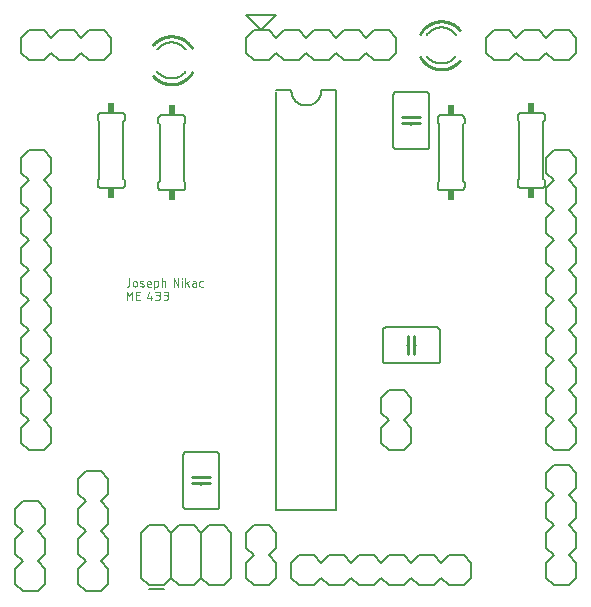
<source format=gto>
G75*
%MOIN*%
%OFA0B0*%
%FSLAX25Y25*%
%IPPOS*%
%LPD*%
%AMOC8*
5,1,8,0,0,1.08239X$1,22.5*
%
%ADD10C,0.00200*%
%ADD11C,0.00600*%
%ADD12C,0.01000*%
%ADD13R,0.02400X0.03400*%
%ADD14C,0.00800*%
%ADD15C,0.00500*%
D10*
X0043100Y0102600D02*
X0043100Y0105400D01*
X0044033Y0103844D01*
X0044967Y0105400D01*
X0044967Y0102600D01*
X0046320Y0102600D02*
X0046320Y0105400D01*
X0047565Y0105400D01*
X0047254Y0104156D02*
X0046320Y0104156D01*
X0046320Y0102600D02*
X0047565Y0102600D01*
X0050006Y0103222D02*
X0051561Y0103222D01*
X0051094Y0103844D02*
X0051094Y0102600D01*
X0050006Y0103222D02*
X0050628Y0105400D01*
X0050380Y0107100D02*
X0051158Y0107100D01*
X0050380Y0107100D02*
X0050339Y0107102D01*
X0050299Y0107107D01*
X0050259Y0107116D01*
X0050220Y0107128D01*
X0050183Y0107144D01*
X0050147Y0107163D01*
X0050112Y0107184D01*
X0050080Y0107209D01*
X0050050Y0107237D01*
X0050022Y0107267D01*
X0049997Y0107299D01*
X0049976Y0107334D01*
X0049957Y0107370D01*
X0049941Y0107407D01*
X0049929Y0107446D01*
X0049920Y0107486D01*
X0049915Y0107526D01*
X0049913Y0107567D01*
X0049913Y0108344D01*
X0049913Y0108033D02*
X0051158Y0108033D01*
X0051158Y0108344D01*
X0051157Y0108344D02*
X0051155Y0108393D01*
X0051149Y0108441D01*
X0051140Y0108489D01*
X0051127Y0108536D01*
X0051110Y0108582D01*
X0051089Y0108626D01*
X0051065Y0108669D01*
X0051038Y0108710D01*
X0051008Y0108748D01*
X0050975Y0108784D01*
X0050939Y0108817D01*
X0050901Y0108847D01*
X0050860Y0108874D01*
X0050817Y0108898D01*
X0050773Y0108919D01*
X0050727Y0108936D01*
X0050680Y0108949D01*
X0050632Y0108958D01*
X0050584Y0108964D01*
X0050535Y0108966D01*
X0050486Y0108964D01*
X0050438Y0108958D01*
X0050390Y0108949D01*
X0050343Y0108936D01*
X0050297Y0108919D01*
X0050253Y0108898D01*
X0050210Y0108874D01*
X0050169Y0108847D01*
X0050131Y0108817D01*
X0050095Y0108784D01*
X0050062Y0108748D01*
X0050032Y0108710D01*
X0050005Y0108669D01*
X0049981Y0108626D01*
X0049960Y0108582D01*
X0049943Y0108536D01*
X0049930Y0108489D01*
X0049921Y0108441D01*
X0049915Y0108393D01*
X0049913Y0108344D01*
X0048584Y0107878D02*
X0047807Y0108189D01*
X0047806Y0108189D02*
X0047771Y0108205D01*
X0047738Y0108224D01*
X0047706Y0108247D01*
X0047677Y0108272D01*
X0047651Y0108300D01*
X0047627Y0108330D01*
X0047606Y0108363D01*
X0047589Y0108397D01*
X0047575Y0108433D01*
X0047564Y0108470D01*
X0047557Y0108508D01*
X0047553Y0108546D01*
X0047554Y0108585D01*
X0047557Y0108623D01*
X0047565Y0108661D01*
X0047576Y0108698D01*
X0047591Y0108733D01*
X0047609Y0108768D01*
X0047630Y0108800D01*
X0047654Y0108830D01*
X0047681Y0108858D01*
X0047710Y0108882D01*
X0047742Y0108904D01*
X0047776Y0108923D01*
X0047811Y0108939D01*
X0047847Y0108951D01*
X0047885Y0108960D01*
X0047923Y0108965D01*
X0047962Y0108966D01*
X0047573Y0107256D02*
X0047665Y0107225D01*
X0047758Y0107197D01*
X0047852Y0107173D01*
X0047946Y0107152D01*
X0048042Y0107134D01*
X0048138Y0107120D01*
X0048235Y0107110D01*
X0048331Y0107103D01*
X0048428Y0107100D01*
X0048429Y0107100D02*
X0048468Y0107101D01*
X0048506Y0107106D01*
X0048544Y0107115D01*
X0048580Y0107127D01*
X0048615Y0107143D01*
X0048649Y0107162D01*
X0048681Y0107184D01*
X0048710Y0107208D01*
X0048737Y0107236D01*
X0048761Y0107266D01*
X0048782Y0107298D01*
X0048800Y0107333D01*
X0048815Y0107368D01*
X0048826Y0107405D01*
X0048834Y0107443D01*
X0048837Y0107481D01*
X0048838Y0107520D01*
X0048834Y0107558D01*
X0048827Y0107596D01*
X0048816Y0107633D01*
X0048802Y0107669D01*
X0048785Y0107703D01*
X0048764Y0107736D01*
X0048740Y0107766D01*
X0048714Y0107794D01*
X0048685Y0107819D01*
X0048653Y0107842D01*
X0048620Y0107861D01*
X0048585Y0107877D01*
X0048662Y0108811D02*
X0048589Y0108843D01*
X0048513Y0108870D01*
X0048437Y0108895D01*
X0048359Y0108916D01*
X0048281Y0108933D01*
X0048202Y0108947D01*
X0048122Y0108957D01*
X0048042Y0108964D01*
X0047962Y0108967D01*
X0046478Y0108344D02*
X0046478Y0107722D01*
X0046477Y0107722D02*
X0046475Y0107673D01*
X0046469Y0107625D01*
X0046460Y0107577D01*
X0046447Y0107530D01*
X0046430Y0107484D01*
X0046409Y0107440D01*
X0046385Y0107397D01*
X0046358Y0107356D01*
X0046328Y0107318D01*
X0046295Y0107282D01*
X0046259Y0107249D01*
X0046221Y0107219D01*
X0046180Y0107192D01*
X0046137Y0107168D01*
X0046093Y0107147D01*
X0046047Y0107130D01*
X0046000Y0107117D01*
X0045952Y0107108D01*
X0045904Y0107102D01*
X0045855Y0107100D01*
X0045806Y0107102D01*
X0045758Y0107108D01*
X0045710Y0107117D01*
X0045663Y0107130D01*
X0045617Y0107147D01*
X0045573Y0107168D01*
X0045530Y0107192D01*
X0045489Y0107219D01*
X0045451Y0107249D01*
X0045415Y0107282D01*
X0045382Y0107318D01*
X0045352Y0107356D01*
X0045325Y0107397D01*
X0045301Y0107440D01*
X0045280Y0107484D01*
X0045263Y0107530D01*
X0045250Y0107577D01*
X0045241Y0107625D01*
X0045235Y0107673D01*
X0045233Y0107722D01*
X0045233Y0108344D01*
X0045235Y0108393D01*
X0045241Y0108441D01*
X0045250Y0108489D01*
X0045263Y0108536D01*
X0045280Y0108582D01*
X0045301Y0108626D01*
X0045325Y0108669D01*
X0045352Y0108710D01*
X0045382Y0108748D01*
X0045415Y0108784D01*
X0045451Y0108817D01*
X0045489Y0108847D01*
X0045530Y0108874D01*
X0045573Y0108898D01*
X0045617Y0108919D01*
X0045663Y0108936D01*
X0045710Y0108949D01*
X0045758Y0108958D01*
X0045806Y0108964D01*
X0045855Y0108966D01*
X0045904Y0108964D01*
X0045952Y0108958D01*
X0046000Y0108949D01*
X0046047Y0108936D01*
X0046093Y0108919D01*
X0046137Y0108898D01*
X0046180Y0108874D01*
X0046221Y0108847D01*
X0046259Y0108817D01*
X0046295Y0108784D01*
X0046328Y0108748D01*
X0046358Y0108710D01*
X0046385Y0108669D01*
X0046409Y0108626D01*
X0046430Y0108582D01*
X0046447Y0108536D01*
X0046460Y0108489D01*
X0046469Y0108441D01*
X0046475Y0108393D01*
X0046477Y0108344D01*
X0044033Y0107722D02*
X0044033Y0109900D01*
X0044033Y0107722D02*
X0044031Y0107673D01*
X0044025Y0107625D01*
X0044016Y0107577D01*
X0044003Y0107530D01*
X0043986Y0107484D01*
X0043965Y0107440D01*
X0043941Y0107397D01*
X0043914Y0107356D01*
X0043884Y0107318D01*
X0043851Y0107282D01*
X0043815Y0107249D01*
X0043777Y0107219D01*
X0043736Y0107192D01*
X0043693Y0107168D01*
X0043649Y0107147D01*
X0043603Y0107130D01*
X0043556Y0107117D01*
X0043508Y0107108D01*
X0043460Y0107102D01*
X0043411Y0107100D01*
X0043100Y0107100D01*
X0052356Y0107100D02*
X0053134Y0107100D01*
X0053175Y0107102D01*
X0053215Y0107107D01*
X0053255Y0107116D01*
X0053294Y0107128D01*
X0053331Y0107144D01*
X0053368Y0107163D01*
X0053402Y0107184D01*
X0053434Y0107209D01*
X0053464Y0107237D01*
X0053492Y0107267D01*
X0053517Y0107299D01*
X0053538Y0107334D01*
X0053557Y0107370D01*
X0053573Y0107407D01*
X0053585Y0107446D01*
X0053594Y0107486D01*
X0053599Y0107526D01*
X0053601Y0107567D01*
X0053600Y0107567D02*
X0053600Y0108500D01*
X0053601Y0108500D02*
X0053599Y0108543D01*
X0053593Y0108586D01*
X0053583Y0108628D01*
X0053569Y0108669D01*
X0053552Y0108708D01*
X0053531Y0108746D01*
X0053507Y0108781D01*
X0053479Y0108815D01*
X0053449Y0108845D01*
X0053415Y0108873D01*
X0053380Y0108897D01*
X0053342Y0108918D01*
X0053303Y0108935D01*
X0053262Y0108949D01*
X0053220Y0108959D01*
X0053177Y0108965D01*
X0053134Y0108967D01*
X0052356Y0108967D01*
X0052356Y0106167D01*
X0052705Y0105400D02*
X0053639Y0105400D01*
X0053688Y0105398D01*
X0053736Y0105392D01*
X0053784Y0105383D01*
X0053831Y0105370D01*
X0053877Y0105353D01*
X0053921Y0105332D01*
X0053964Y0105308D01*
X0054005Y0105281D01*
X0054043Y0105251D01*
X0054079Y0105218D01*
X0054112Y0105182D01*
X0054142Y0105144D01*
X0054169Y0105103D01*
X0054193Y0105060D01*
X0054214Y0105016D01*
X0054231Y0104970D01*
X0054244Y0104923D01*
X0054253Y0104875D01*
X0054259Y0104827D01*
X0054261Y0104778D01*
X0054259Y0104729D01*
X0054253Y0104681D01*
X0054244Y0104633D01*
X0054231Y0104586D01*
X0054214Y0104540D01*
X0054193Y0104496D01*
X0054169Y0104453D01*
X0054142Y0104412D01*
X0054112Y0104374D01*
X0054079Y0104338D01*
X0054043Y0104305D01*
X0054005Y0104275D01*
X0053964Y0104248D01*
X0053921Y0104224D01*
X0053877Y0104203D01*
X0053831Y0104186D01*
X0053784Y0104173D01*
X0053736Y0104164D01*
X0053688Y0104158D01*
X0053639Y0104156D01*
X0053017Y0104156D01*
X0053483Y0104156D02*
X0053539Y0104154D01*
X0053594Y0104148D01*
X0053648Y0104138D01*
X0053702Y0104124D01*
X0053755Y0104107D01*
X0053806Y0104086D01*
X0053856Y0104061D01*
X0053904Y0104032D01*
X0053949Y0104001D01*
X0053992Y0103966D01*
X0054033Y0103928D01*
X0054071Y0103887D01*
X0054106Y0103844D01*
X0054137Y0103799D01*
X0054166Y0103751D01*
X0054191Y0103701D01*
X0054212Y0103650D01*
X0054229Y0103597D01*
X0054243Y0103543D01*
X0054253Y0103489D01*
X0054259Y0103434D01*
X0054261Y0103378D01*
X0054259Y0103322D01*
X0054253Y0103267D01*
X0054243Y0103213D01*
X0054229Y0103159D01*
X0054212Y0103106D01*
X0054191Y0103055D01*
X0054166Y0103005D01*
X0054137Y0102957D01*
X0054106Y0102912D01*
X0054071Y0102869D01*
X0054033Y0102828D01*
X0053992Y0102790D01*
X0053949Y0102755D01*
X0053904Y0102724D01*
X0053856Y0102695D01*
X0053806Y0102670D01*
X0053755Y0102649D01*
X0053702Y0102632D01*
X0053648Y0102618D01*
X0053594Y0102608D01*
X0053539Y0102602D01*
X0053483Y0102600D01*
X0052705Y0102600D01*
X0055405Y0102600D02*
X0056183Y0102600D01*
X0056239Y0102602D01*
X0056294Y0102608D01*
X0056348Y0102618D01*
X0056402Y0102632D01*
X0056455Y0102649D01*
X0056506Y0102670D01*
X0056556Y0102695D01*
X0056604Y0102724D01*
X0056649Y0102755D01*
X0056692Y0102790D01*
X0056733Y0102828D01*
X0056771Y0102869D01*
X0056806Y0102912D01*
X0056837Y0102957D01*
X0056866Y0103005D01*
X0056891Y0103055D01*
X0056912Y0103106D01*
X0056929Y0103159D01*
X0056943Y0103213D01*
X0056953Y0103267D01*
X0056959Y0103322D01*
X0056961Y0103378D01*
X0056959Y0103434D01*
X0056953Y0103489D01*
X0056943Y0103543D01*
X0056929Y0103597D01*
X0056912Y0103650D01*
X0056891Y0103701D01*
X0056866Y0103751D01*
X0056837Y0103799D01*
X0056806Y0103844D01*
X0056771Y0103887D01*
X0056733Y0103928D01*
X0056692Y0103966D01*
X0056649Y0104001D01*
X0056604Y0104032D01*
X0056556Y0104061D01*
X0056506Y0104086D01*
X0056455Y0104107D01*
X0056402Y0104124D01*
X0056348Y0104138D01*
X0056294Y0104148D01*
X0056239Y0104154D01*
X0056183Y0104156D01*
X0056339Y0104156D02*
X0055717Y0104156D01*
X0056339Y0104156D02*
X0056388Y0104158D01*
X0056436Y0104164D01*
X0056484Y0104173D01*
X0056531Y0104186D01*
X0056577Y0104203D01*
X0056621Y0104224D01*
X0056664Y0104248D01*
X0056705Y0104275D01*
X0056743Y0104305D01*
X0056779Y0104338D01*
X0056812Y0104374D01*
X0056842Y0104412D01*
X0056869Y0104453D01*
X0056893Y0104496D01*
X0056914Y0104540D01*
X0056931Y0104586D01*
X0056944Y0104633D01*
X0056953Y0104681D01*
X0056959Y0104729D01*
X0056961Y0104778D01*
X0056959Y0104827D01*
X0056953Y0104875D01*
X0056944Y0104923D01*
X0056931Y0104970D01*
X0056914Y0105016D01*
X0056893Y0105060D01*
X0056869Y0105103D01*
X0056842Y0105144D01*
X0056812Y0105182D01*
X0056779Y0105218D01*
X0056743Y0105251D01*
X0056705Y0105281D01*
X0056664Y0105308D01*
X0056621Y0105332D01*
X0056577Y0105353D01*
X0056531Y0105370D01*
X0056484Y0105383D01*
X0056436Y0105392D01*
X0056388Y0105398D01*
X0056339Y0105400D01*
X0055405Y0105400D01*
X0056018Y0107100D02*
X0056018Y0108500D01*
X0056016Y0108543D01*
X0056010Y0108586D01*
X0056000Y0108628D01*
X0055986Y0108669D01*
X0055969Y0108708D01*
X0055948Y0108746D01*
X0055924Y0108781D01*
X0055896Y0108815D01*
X0055866Y0108845D01*
X0055832Y0108873D01*
X0055797Y0108897D01*
X0055759Y0108918D01*
X0055720Y0108935D01*
X0055679Y0108949D01*
X0055637Y0108959D01*
X0055594Y0108965D01*
X0055551Y0108967D01*
X0054773Y0108967D01*
X0054773Y0109900D02*
X0054773Y0107100D01*
X0058758Y0107100D02*
X0058758Y0109900D01*
X0060313Y0107100D01*
X0060313Y0109900D01*
X0061438Y0109900D02*
X0061593Y0109900D01*
X0061593Y0109744D01*
X0061438Y0109744D01*
X0061438Y0109900D01*
X0061515Y0108967D02*
X0061515Y0107100D01*
X0062722Y0107100D02*
X0062722Y0109900D01*
X0063967Y0108967D02*
X0062722Y0108033D01*
X0063267Y0108422D02*
X0063967Y0107100D01*
X0065475Y0107100D02*
X0066175Y0107100D01*
X0066175Y0108500D01*
X0066175Y0108189D02*
X0065475Y0108189D01*
X0066175Y0108500D02*
X0066173Y0108541D01*
X0066168Y0108581D01*
X0066159Y0108621D01*
X0066147Y0108660D01*
X0066131Y0108697D01*
X0066112Y0108734D01*
X0066091Y0108768D01*
X0066066Y0108800D01*
X0066038Y0108830D01*
X0066008Y0108858D01*
X0065976Y0108883D01*
X0065942Y0108904D01*
X0065905Y0108923D01*
X0065868Y0108939D01*
X0065829Y0108951D01*
X0065789Y0108960D01*
X0065749Y0108965D01*
X0065708Y0108967D01*
X0065086Y0108967D01*
X0065475Y0108188D02*
X0065430Y0108186D01*
X0065385Y0108181D01*
X0065341Y0108171D01*
X0065298Y0108159D01*
X0065256Y0108142D01*
X0065216Y0108122D01*
X0065177Y0108099D01*
X0065141Y0108073D01*
X0065107Y0108044D01*
X0065075Y0108012D01*
X0065046Y0107978D01*
X0065020Y0107942D01*
X0064997Y0107903D01*
X0064977Y0107863D01*
X0064960Y0107821D01*
X0064948Y0107778D01*
X0064938Y0107734D01*
X0064933Y0107689D01*
X0064931Y0107644D01*
X0064933Y0107599D01*
X0064938Y0107554D01*
X0064948Y0107510D01*
X0064960Y0107467D01*
X0064977Y0107425D01*
X0064997Y0107385D01*
X0065020Y0107346D01*
X0065046Y0107310D01*
X0065075Y0107276D01*
X0065107Y0107244D01*
X0065141Y0107215D01*
X0065177Y0107189D01*
X0065216Y0107166D01*
X0065256Y0107146D01*
X0065298Y0107129D01*
X0065341Y0107117D01*
X0065385Y0107107D01*
X0065430Y0107102D01*
X0065475Y0107100D01*
X0067376Y0107567D02*
X0067376Y0108500D01*
X0067378Y0108541D01*
X0067383Y0108581D01*
X0067392Y0108621D01*
X0067404Y0108660D01*
X0067420Y0108697D01*
X0067439Y0108734D01*
X0067460Y0108768D01*
X0067485Y0108800D01*
X0067513Y0108830D01*
X0067543Y0108858D01*
X0067575Y0108883D01*
X0067610Y0108904D01*
X0067646Y0108923D01*
X0067683Y0108939D01*
X0067722Y0108951D01*
X0067762Y0108960D01*
X0067802Y0108965D01*
X0067843Y0108967D01*
X0068465Y0108967D01*
X0067376Y0107567D02*
X0067378Y0107526D01*
X0067383Y0107486D01*
X0067392Y0107446D01*
X0067404Y0107407D01*
X0067420Y0107370D01*
X0067439Y0107334D01*
X0067460Y0107299D01*
X0067485Y0107267D01*
X0067513Y0107237D01*
X0067543Y0107209D01*
X0067575Y0107184D01*
X0067610Y0107163D01*
X0067646Y0107144D01*
X0067683Y0107128D01*
X0067722Y0107116D01*
X0067762Y0107107D01*
X0067802Y0107102D01*
X0067843Y0107100D01*
X0068465Y0107100D01*
D11*
X0061650Y0139213D02*
X0054650Y0139213D01*
X0054590Y0139215D01*
X0054529Y0139220D01*
X0054470Y0139229D01*
X0054411Y0139242D01*
X0054352Y0139258D01*
X0054295Y0139278D01*
X0054240Y0139301D01*
X0054185Y0139328D01*
X0054133Y0139357D01*
X0054082Y0139390D01*
X0054033Y0139426D01*
X0053987Y0139464D01*
X0053943Y0139506D01*
X0053901Y0139550D01*
X0053863Y0139596D01*
X0053827Y0139645D01*
X0053794Y0139696D01*
X0053765Y0139748D01*
X0053738Y0139803D01*
X0053715Y0139858D01*
X0053695Y0139915D01*
X0053679Y0139974D01*
X0053666Y0140033D01*
X0053657Y0140092D01*
X0053652Y0140153D01*
X0053650Y0140213D01*
X0053650Y0141713D01*
X0054150Y0142213D01*
X0054150Y0161213D01*
X0053650Y0161713D01*
X0053650Y0163213D01*
X0053652Y0163273D01*
X0053657Y0163334D01*
X0053666Y0163393D01*
X0053679Y0163452D01*
X0053695Y0163511D01*
X0053715Y0163568D01*
X0053738Y0163623D01*
X0053765Y0163678D01*
X0053794Y0163730D01*
X0053827Y0163781D01*
X0053863Y0163830D01*
X0053901Y0163876D01*
X0053943Y0163920D01*
X0053987Y0163962D01*
X0054033Y0164000D01*
X0054082Y0164036D01*
X0054133Y0164069D01*
X0054185Y0164098D01*
X0054240Y0164125D01*
X0054295Y0164148D01*
X0054352Y0164168D01*
X0054411Y0164184D01*
X0054470Y0164197D01*
X0054529Y0164206D01*
X0054590Y0164211D01*
X0054650Y0164213D01*
X0061650Y0164213D01*
X0061710Y0164211D01*
X0061771Y0164206D01*
X0061830Y0164197D01*
X0061889Y0164184D01*
X0061948Y0164168D01*
X0062005Y0164148D01*
X0062060Y0164125D01*
X0062115Y0164098D01*
X0062167Y0164069D01*
X0062218Y0164036D01*
X0062267Y0164000D01*
X0062313Y0163962D01*
X0062357Y0163920D01*
X0062399Y0163876D01*
X0062437Y0163830D01*
X0062473Y0163781D01*
X0062506Y0163730D01*
X0062535Y0163678D01*
X0062562Y0163623D01*
X0062585Y0163568D01*
X0062605Y0163511D01*
X0062621Y0163452D01*
X0062634Y0163393D01*
X0062643Y0163334D01*
X0062648Y0163273D01*
X0062650Y0163213D01*
X0062650Y0161713D01*
X0062150Y0161213D01*
X0062150Y0142213D01*
X0062650Y0141713D01*
X0062650Y0140213D01*
X0062648Y0140153D01*
X0062643Y0140092D01*
X0062634Y0140033D01*
X0062621Y0139974D01*
X0062605Y0139915D01*
X0062585Y0139858D01*
X0062562Y0139803D01*
X0062535Y0139748D01*
X0062506Y0139696D01*
X0062473Y0139645D01*
X0062437Y0139596D01*
X0062399Y0139550D01*
X0062357Y0139506D01*
X0062313Y0139464D01*
X0062267Y0139426D01*
X0062218Y0139390D01*
X0062167Y0139357D01*
X0062115Y0139328D01*
X0062060Y0139301D01*
X0062005Y0139278D01*
X0061948Y0139258D01*
X0061889Y0139242D01*
X0061830Y0139229D01*
X0061771Y0139220D01*
X0061710Y0139215D01*
X0061650Y0139213D01*
X0042500Y0141000D02*
X0042500Y0142500D01*
X0042000Y0143000D01*
X0042000Y0162000D01*
X0042500Y0162500D01*
X0042500Y0164000D01*
X0042498Y0164060D01*
X0042493Y0164121D01*
X0042484Y0164180D01*
X0042471Y0164239D01*
X0042455Y0164298D01*
X0042435Y0164355D01*
X0042412Y0164410D01*
X0042385Y0164465D01*
X0042356Y0164517D01*
X0042323Y0164568D01*
X0042287Y0164617D01*
X0042249Y0164663D01*
X0042207Y0164707D01*
X0042163Y0164749D01*
X0042117Y0164787D01*
X0042068Y0164823D01*
X0042017Y0164856D01*
X0041965Y0164885D01*
X0041910Y0164912D01*
X0041855Y0164935D01*
X0041798Y0164955D01*
X0041739Y0164971D01*
X0041680Y0164984D01*
X0041621Y0164993D01*
X0041560Y0164998D01*
X0041500Y0165000D01*
X0034500Y0165000D01*
X0034440Y0164998D01*
X0034379Y0164993D01*
X0034320Y0164984D01*
X0034261Y0164971D01*
X0034202Y0164955D01*
X0034145Y0164935D01*
X0034090Y0164912D01*
X0034035Y0164885D01*
X0033983Y0164856D01*
X0033932Y0164823D01*
X0033883Y0164787D01*
X0033837Y0164749D01*
X0033793Y0164707D01*
X0033751Y0164663D01*
X0033713Y0164617D01*
X0033677Y0164568D01*
X0033644Y0164517D01*
X0033615Y0164465D01*
X0033588Y0164410D01*
X0033565Y0164355D01*
X0033545Y0164298D01*
X0033529Y0164239D01*
X0033516Y0164180D01*
X0033507Y0164121D01*
X0033502Y0164060D01*
X0033500Y0164000D01*
X0033500Y0162500D01*
X0034000Y0162000D01*
X0034000Y0143000D01*
X0033500Y0142500D01*
X0033500Y0141000D01*
X0033502Y0140940D01*
X0033507Y0140879D01*
X0033516Y0140820D01*
X0033529Y0140761D01*
X0033545Y0140702D01*
X0033565Y0140645D01*
X0033588Y0140590D01*
X0033615Y0140535D01*
X0033644Y0140483D01*
X0033677Y0140432D01*
X0033713Y0140383D01*
X0033751Y0140337D01*
X0033793Y0140293D01*
X0033837Y0140251D01*
X0033883Y0140213D01*
X0033932Y0140177D01*
X0033983Y0140144D01*
X0034035Y0140115D01*
X0034090Y0140088D01*
X0034145Y0140065D01*
X0034202Y0140045D01*
X0034261Y0140029D01*
X0034320Y0140016D01*
X0034379Y0140007D01*
X0034440Y0140002D01*
X0034500Y0140000D01*
X0041500Y0140000D01*
X0041560Y0140002D01*
X0041621Y0140007D01*
X0041680Y0140016D01*
X0041739Y0140029D01*
X0041798Y0140045D01*
X0041855Y0140065D01*
X0041910Y0140088D01*
X0041965Y0140115D01*
X0042017Y0140144D01*
X0042068Y0140177D01*
X0042117Y0140213D01*
X0042163Y0140251D01*
X0042207Y0140293D01*
X0042249Y0140337D01*
X0042287Y0140383D01*
X0042323Y0140432D01*
X0042356Y0140483D01*
X0042385Y0140535D01*
X0042412Y0140590D01*
X0042435Y0140645D01*
X0042455Y0140702D01*
X0042471Y0140761D01*
X0042484Y0140820D01*
X0042493Y0140879D01*
X0042498Y0140940D01*
X0042500Y0141000D01*
X0062736Y0186183D02*
X0062642Y0186302D01*
X0062544Y0186418D01*
X0062444Y0186532D01*
X0062340Y0186643D01*
X0062234Y0186751D01*
X0062126Y0186857D01*
X0062014Y0186959D01*
X0061900Y0187059D01*
X0061784Y0187157D01*
X0061665Y0187251D01*
X0061544Y0187342D01*
X0061420Y0187430D01*
X0061294Y0187515D01*
X0061167Y0187596D01*
X0061037Y0187675D01*
X0060905Y0187750D01*
X0060772Y0187821D01*
X0060636Y0187890D01*
X0060499Y0187955D01*
X0060361Y0188016D01*
X0060220Y0188074D01*
X0060079Y0188128D01*
X0059936Y0188179D01*
X0059792Y0188226D01*
X0059647Y0188270D01*
X0059500Y0188309D01*
X0059353Y0188345D01*
X0059205Y0188378D01*
X0059056Y0188406D01*
X0058906Y0188431D01*
X0058756Y0188452D01*
X0058606Y0188469D01*
X0058454Y0188483D01*
X0058303Y0188492D01*
X0058152Y0188498D01*
X0058000Y0188500D01*
X0062800Y0178900D02*
X0062708Y0178781D01*
X0062614Y0178664D01*
X0062516Y0178550D01*
X0062416Y0178438D01*
X0062312Y0178328D01*
X0062207Y0178222D01*
X0062098Y0178117D01*
X0061987Y0178016D01*
X0061873Y0177918D01*
X0061757Y0177822D01*
X0061639Y0177729D01*
X0061518Y0177640D01*
X0061395Y0177553D01*
X0061270Y0177470D01*
X0061143Y0177389D01*
X0061014Y0177312D01*
X0060883Y0177238D01*
X0060750Y0177167D01*
X0060616Y0177100D01*
X0060480Y0177036D01*
X0060342Y0176976D01*
X0060203Y0176919D01*
X0060062Y0176866D01*
X0059920Y0176816D01*
X0059777Y0176769D01*
X0059633Y0176727D01*
X0059488Y0176687D01*
X0059342Y0176652D01*
X0059195Y0176620D01*
X0059047Y0176592D01*
X0058899Y0176568D01*
X0058750Y0176547D01*
X0058600Y0176530D01*
X0058451Y0176517D01*
X0058301Y0176508D01*
X0058150Y0176502D01*
X0058000Y0176500D01*
X0053264Y0186183D02*
X0053358Y0186302D01*
X0053456Y0186418D01*
X0053556Y0186532D01*
X0053660Y0186643D01*
X0053766Y0186751D01*
X0053874Y0186857D01*
X0053986Y0186959D01*
X0054100Y0187059D01*
X0054216Y0187157D01*
X0054335Y0187251D01*
X0054456Y0187342D01*
X0054580Y0187430D01*
X0054706Y0187515D01*
X0054833Y0187596D01*
X0054963Y0187675D01*
X0055095Y0187750D01*
X0055228Y0187821D01*
X0055364Y0187890D01*
X0055501Y0187955D01*
X0055639Y0188016D01*
X0055780Y0188074D01*
X0055921Y0188128D01*
X0056064Y0188179D01*
X0056208Y0188226D01*
X0056353Y0188270D01*
X0056500Y0188309D01*
X0056647Y0188345D01*
X0056795Y0188378D01*
X0056944Y0188406D01*
X0057094Y0188431D01*
X0057244Y0188452D01*
X0057394Y0188469D01*
X0057546Y0188483D01*
X0057697Y0188492D01*
X0057848Y0188498D01*
X0058000Y0188500D01*
X0053118Y0179013D02*
X0053209Y0178888D01*
X0053303Y0178766D01*
X0053401Y0178647D01*
X0053501Y0178530D01*
X0053605Y0178416D01*
X0053711Y0178304D01*
X0053820Y0178196D01*
X0053932Y0178090D01*
X0054047Y0177987D01*
X0054164Y0177887D01*
X0054284Y0177789D01*
X0054406Y0177696D01*
X0054530Y0177605D01*
X0054657Y0177517D01*
X0054786Y0177433D01*
X0054918Y0177352D01*
X0055051Y0177275D01*
X0055186Y0177201D01*
X0055323Y0177130D01*
X0055462Y0177063D01*
X0055602Y0177000D01*
X0055745Y0176940D01*
X0055888Y0176884D01*
X0056033Y0176832D01*
X0056179Y0176783D01*
X0056327Y0176738D01*
X0056475Y0176697D01*
X0056625Y0176660D01*
X0056775Y0176626D01*
X0056927Y0176597D01*
X0057079Y0176571D01*
X0057231Y0176549D01*
X0057384Y0176532D01*
X0057538Y0176518D01*
X0057692Y0176508D01*
X0057846Y0176502D01*
X0058000Y0176500D01*
X0093000Y0172500D02*
X0098000Y0172500D01*
X0093000Y0172000D02*
X0093000Y0032500D01*
X0113000Y0032500D01*
X0113000Y0172500D01*
X0108000Y0172500D01*
X0107998Y0172360D01*
X0107992Y0172220D01*
X0107982Y0172080D01*
X0107969Y0171940D01*
X0107951Y0171801D01*
X0107929Y0171662D01*
X0107904Y0171525D01*
X0107875Y0171387D01*
X0107842Y0171251D01*
X0107805Y0171116D01*
X0107764Y0170982D01*
X0107719Y0170849D01*
X0107671Y0170717D01*
X0107619Y0170587D01*
X0107564Y0170458D01*
X0107505Y0170331D01*
X0107442Y0170205D01*
X0107376Y0170081D01*
X0107307Y0169960D01*
X0107234Y0169840D01*
X0107157Y0169722D01*
X0107078Y0169607D01*
X0106995Y0169493D01*
X0106909Y0169383D01*
X0106820Y0169274D01*
X0106728Y0169168D01*
X0106633Y0169065D01*
X0106536Y0168964D01*
X0106435Y0168867D01*
X0106332Y0168772D01*
X0106226Y0168680D01*
X0106117Y0168591D01*
X0106007Y0168505D01*
X0105893Y0168422D01*
X0105778Y0168343D01*
X0105660Y0168266D01*
X0105540Y0168193D01*
X0105419Y0168124D01*
X0105295Y0168058D01*
X0105169Y0167995D01*
X0105042Y0167936D01*
X0104913Y0167881D01*
X0104783Y0167829D01*
X0104651Y0167781D01*
X0104518Y0167736D01*
X0104384Y0167695D01*
X0104249Y0167658D01*
X0104113Y0167625D01*
X0103975Y0167596D01*
X0103838Y0167571D01*
X0103699Y0167549D01*
X0103560Y0167531D01*
X0103420Y0167518D01*
X0103280Y0167508D01*
X0103140Y0167502D01*
X0103000Y0167500D01*
X0102860Y0167502D01*
X0102720Y0167508D01*
X0102580Y0167518D01*
X0102440Y0167531D01*
X0102301Y0167549D01*
X0102162Y0167571D01*
X0102025Y0167596D01*
X0101887Y0167625D01*
X0101751Y0167658D01*
X0101616Y0167695D01*
X0101482Y0167736D01*
X0101349Y0167781D01*
X0101217Y0167829D01*
X0101087Y0167881D01*
X0100958Y0167936D01*
X0100831Y0167995D01*
X0100705Y0168058D01*
X0100581Y0168124D01*
X0100460Y0168193D01*
X0100340Y0168266D01*
X0100222Y0168343D01*
X0100107Y0168422D01*
X0099993Y0168505D01*
X0099883Y0168591D01*
X0099774Y0168680D01*
X0099668Y0168772D01*
X0099565Y0168867D01*
X0099464Y0168964D01*
X0099367Y0169065D01*
X0099272Y0169168D01*
X0099180Y0169274D01*
X0099091Y0169383D01*
X0099005Y0169493D01*
X0098922Y0169607D01*
X0098843Y0169722D01*
X0098766Y0169840D01*
X0098693Y0169960D01*
X0098624Y0170081D01*
X0098558Y0170205D01*
X0098495Y0170331D01*
X0098436Y0170458D01*
X0098381Y0170587D01*
X0098329Y0170717D01*
X0098281Y0170849D01*
X0098236Y0170982D01*
X0098195Y0171116D01*
X0098158Y0171251D01*
X0098125Y0171387D01*
X0098096Y0171525D01*
X0098071Y0171662D01*
X0098049Y0171801D01*
X0098031Y0171940D01*
X0098018Y0172080D01*
X0098008Y0172220D01*
X0098002Y0172360D01*
X0098000Y0172500D01*
X0132000Y0171000D02*
X0132000Y0154000D01*
X0132002Y0153940D01*
X0132007Y0153879D01*
X0132016Y0153820D01*
X0132029Y0153761D01*
X0132045Y0153702D01*
X0132065Y0153645D01*
X0132088Y0153590D01*
X0132115Y0153535D01*
X0132144Y0153483D01*
X0132177Y0153432D01*
X0132213Y0153383D01*
X0132251Y0153337D01*
X0132293Y0153293D01*
X0132337Y0153251D01*
X0132383Y0153213D01*
X0132432Y0153177D01*
X0132483Y0153144D01*
X0132535Y0153115D01*
X0132590Y0153088D01*
X0132645Y0153065D01*
X0132702Y0153045D01*
X0132761Y0153029D01*
X0132820Y0153016D01*
X0132879Y0153007D01*
X0132940Y0153002D01*
X0133000Y0153000D01*
X0143000Y0153000D01*
X0143060Y0153002D01*
X0143121Y0153007D01*
X0143180Y0153016D01*
X0143239Y0153029D01*
X0143298Y0153045D01*
X0143355Y0153065D01*
X0143410Y0153088D01*
X0143465Y0153115D01*
X0143517Y0153144D01*
X0143568Y0153177D01*
X0143617Y0153213D01*
X0143663Y0153251D01*
X0143707Y0153293D01*
X0143749Y0153337D01*
X0143787Y0153383D01*
X0143823Y0153432D01*
X0143856Y0153483D01*
X0143885Y0153535D01*
X0143912Y0153590D01*
X0143935Y0153645D01*
X0143955Y0153702D01*
X0143971Y0153761D01*
X0143984Y0153820D01*
X0143993Y0153879D01*
X0143998Y0153940D01*
X0144000Y0154000D01*
X0144000Y0171000D01*
X0143998Y0171060D01*
X0143993Y0171121D01*
X0143984Y0171180D01*
X0143971Y0171239D01*
X0143955Y0171298D01*
X0143935Y0171355D01*
X0143912Y0171410D01*
X0143885Y0171465D01*
X0143856Y0171517D01*
X0143823Y0171568D01*
X0143787Y0171617D01*
X0143749Y0171663D01*
X0143707Y0171707D01*
X0143663Y0171749D01*
X0143617Y0171787D01*
X0143568Y0171823D01*
X0143517Y0171856D01*
X0143465Y0171885D01*
X0143410Y0171912D01*
X0143355Y0171935D01*
X0143298Y0171955D01*
X0143239Y0171971D01*
X0143180Y0171984D01*
X0143121Y0171993D01*
X0143060Y0171998D01*
X0143000Y0172000D01*
X0133000Y0172000D01*
X0132940Y0171998D01*
X0132879Y0171993D01*
X0132820Y0171984D01*
X0132761Y0171971D01*
X0132702Y0171955D01*
X0132645Y0171935D01*
X0132590Y0171912D01*
X0132535Y0171885D01*
X0132483Y0171856D01*
X0132432Y0171823D01*
X0132383Y0171787D01*
X0132337Y0171749D01*
X0132293Y0171707D01*
X0132251Y0171663D01*
X0132213Y0171617D01*
X0132177Y0171568D01*
X0132144Y0171517D01*
X0132115Y0171465D01*
X0132088Y0171410D01*
X0132065Y0171355D01*
X0132045Y0171298D01*
X0132029Y0171239D01*
X0132016Y0171180D01*
X0132007Y0171121D01*
X0132002Y0171060D01*
X0132000Y0171000D01*
X0138000Y0164000D02*
X0138000Y0163500D01*
X0138000Y0161500D02*
X0138000Y0161000D01*
X0146736Y0161713D02*
X0146736Y0163213D01*
X0146738Y0163273D01*
X0146743Y0163334D01*
X0146752Y0163393D01*
X0146765Y0163452D01*
X0146781Y0163511D01*
X0146801Y0163568D01*
X0146824Y0163623D01*
X0146851Y0163678D01*
X0146880Y0163730D01*
X0146913Y0163781D01*
X0146949Y0163830D01*
X0146987Y0163876D01*
X0147029Y0163920D01*
X0147073Y0163962D01*
X0147119Y0164000D01*
X0147168Y0164036D01*
X0147219Y0164069D01*
X0147271Y0164098D01*
X0147326Y0164125D01*
X0147381Y0164148D01*
X0147438Y0164168D01*
X0147497Y0164184D01*
X0147556Y0164197D01*
X0147615Y0164206D01*
X0147676Y0164211D01*
X0147736Y0164213D01*
X0154736Y0164213D01*
X0154796Y0164211D01*
X0154857Y0164206D01*
X0154916Y0164197D01*
X0154975Y0164184D01*
X0155034Y0164168D01*
X0155091Y0164148D01*
X0155146Y0164125D01*
X0155201Y0164098D01*
X0155253Y0164069D01*
X0155304Y0164036D01*
X0155353Y0164000D01*
X0155399Y0163962D01*
X0155443Y0163920D01*
X0155485Y0163876D01*
X0155523Y0163830D01*
X0155559Y0163781D01*
X0155592Y0163730D01*
X0155621Y0163678D01*
X0155648Y0163623D01*
X0155671Y0163568D01*
X0155691Y0163511D01*
X0155707Y0163452D01*
X0155720Y0163393D01*
X0155729Y0163334D01*
X0155734Y0163273D01*
X0155736Y0163213D01*
X0155736Y0161713D01*
X0155236Y0161213D01*
X0155236Y0142213D01*
X0155736Y0141713D01*
X0155736Y0140213D01*
X0155734Y0140153D01*
X0155729Y0140092D01*
X0155720Y0140033D01*
X0155707Y0139974D01*
X0155691Y0139915D01*
X0155671Y0139858D01*
X0155648Y0139803D01*
X0155621Y0139748D01*
X0155592Y0139696D01*
X0155559Y0139645D01*
X0155523Y0139596D01*
X0155485Y0139550D01*
X0155443Y0139506D01*
X0155399Y0139464D01*
X0155353Y0139426D01*
X0155304Y0139390D01*
X0155253Y0139357D01*
X0155201Y0139328D01*
X0155146Y0139301D01*
X0155091Y0139278D01*
X0155034Y0139258D01*
X0154975Y0139242D01*
X0154916Y0139229D01*
X0154857Y0139220D01*
X0154796Y0139215D01*
X0154736Y0139213D01*
X0147736Y0139213D01*
X0147676Y0139215D01*
X0147615Y0139220D01*
X0147556Y0139229D01*
X0147497Y0139242D01*
X0147438Y0139258D01*
X0147381Y0139278D01*
X0147326Y0139301D01*
X0147271Y0139328D01*
X0147219Y0139357D01*
X0147168Y0139390D01*
X0147119Y0139426D01*
X0147073Y0139464D01*
X0147029Y0139506D01*
X0146987Y0139550D01*
X0146949Y0139596D01*
X0146913Y0139645D01*
X0146880Y0139696D01*
X0146851Y0139748D01*
X0146824Y0139803D01*
X0146801Y0139858D01*
X0146781Y0139915D01*
X0146765Y0139974D01*
X0146752Y0140033D01*
X0146743Y0140092D01*
X0146738Y0140153D01*
X0146736Y0140213D01*
X0146736Y0141713D01*
X0147236Y0142213D01*
X0147236Y0161213D01*
X0146736Y0161713D01*
X0152882Y0190987D02*
X0152791Y0191112D01*
X0152697Y0191234D01*
X0152599Y0191353D01*
X0152499Y0191470D01*
X0152395Y0191584D01*
X0152289Y0191696D01*
X0152180Y0191804D01*
X0152068Y0191910D01*
X0151953Y0192013D01*
X0151836Y0192113D01*
X0151716Y0192211D01*
X0151594Y0192304D01*
X0151470Y0192395D01*
X0151343Y0192483D01*
X0151214Y0192567D01*
X0151082Y0192648D01*
X0150949Y0192725D01*
X0150814Y0192799D01*
X0150677Y0192870D01*
X0150538Y0192937D01*
X0150398Y0193000D01*
X0150255Y0193060D01*
X0150112Y0193116D01*
X0149967Y0193168D01*
X0149821Y0193217D01*
X0149673Y0193262D01*
X0149525Y0193303D01*
X0149375Y0193340D01*
X0149225Y0193374D01*
X0149073Y0193403D01*
X0148921Y0193429D01*
X0148769Y0193451D01*
X0148616Y0193468D01*
X0148462Y0193482D01*
X0148308Y0193492D01*
X0148154Y0193498D01*
X0148000Y0193500D01*
X0143264Y0183817D02*
X0143358Y0183698D01*
X0143456Y0183582D01*
X0143556Y0183468D01*
X0143660Y0183357D01*
X0143766Y0183249D01*
X0143874Y0183143D01*
X0143986Y0183041D01*
X0144100Y0182941D01*
X0144216Y0182843D01*
X0144335Y0182749D01*
X0144456Y0182658D01*
X0144580Y0182570D01*
X0144706Y0182485D01*
X0144833Y0182404D01*
X0144963Y0182325D01*
X0145095Y0182250D01*
X0145228Y0182179D01*
X0145364Y0182110D01*
X0145501Y0182045D01*
X0145639Y0181984D01*
X0145780Y0181926D01*
X0145921Y0181872D01*
X0146064Y0181821D01*
X0146208Y0181774D01*
X0146353Y0181730D01*
X0146500Y0181691D01*
X0146647Y0181655D01*
X0146795Y0181622D01*
X0146944Y0181594D01*
X0147094Y0181569D01*
X0147244Y0181548D01*
X0147394Y0181531D01*
X0147546Y0181517D01*
X0147697Y0181508D01*
X0147848Y0181502D01*
X0148000Y0181500D01*
X0143200Y0191100D02*
X0143292Y0191219D01*
X0143386Y0191336D01*
X0143484Y0191450D01*
X0143584Y0191562D01*
X0143688Y0191672D01*
X0143793Y0191778D01*
X0143902Y0191883D01*
X0144013Y0191984D01*
X0144127Y0192082D01*
X0144243Y0192178D01*
X0144361Y0192271D01*
X0144482Y0192360D01*
X0144605Y0192447D01*
X0144730Y0192530D01*
X0144857Y0192611D01*
X0144986Y0192688D01*
X0145117Y0192762D01*
X0145250Y0192833D01*
X0145384Y0192900D01*
X0145520Y0192964D01*
X0145658Y0193024D01*
X0145797Y0193081D01*
X0145938Y0193134D01*
X0146080Y0193184D01*
X0146223Y0193231D01*
X0146367Y0193273D01*
X0146512Y0193313D01*
X0146658Y0193348D01*
X0146805Y0193380D01*
X0146953Y0193408D01*
X0147101Y0193432D01*
X0147250Y0193453D01*
X0147400Y0193470D01*
X0147549Y0193483D01*
X0147699Y0193492D01*
X0147850Y0193498D01*
X0148000Y0193500D01*
X0152736Y0183817D02*
X0152642Y0183698D01*
X0152544Y0183582D01*
X0152444Y0183468D01*
X0152340Y0183357D01*
X0152234Y0183249D01*
X0152126Y0183143D01*
X0152014Y0183041D01*
X0151900Y0182941D01*
X0151784Y0182843D01*
X0151665Y0182749D01*
X0151544Y0182658D01*
X0151420Y0182570D01*
X0151294Y0182485D01*
X0151167Y0182404D01*
X0151037Y0182325D01*
X0150905Y0182250D01*
X0150772Y0182179D01*
X0150636Y0182110D01*
X0150499Y0182045D01*
X0150361Y0181984D01*
X0150220Y0181926D01*
X0150079Y0181872D01*
X0149936Y0181821D01*
X0149792Y0181774D01*
X0149647Y0181730D01*
X0149500Y0181691D01*
X0149353Y0181655D01*
X0149205Y0181622D01*
X0149056Y0181594D01*
X0148906Y0181569D01*
X0148756Y0181548D01*
X0148606Y0181531D01*
X0148454Y0181517D01*
X0148303Y0181508D01*
X0148152Y0181502D01*
X0148000Y0181500D01*
X0173500Y0164000D02*
X0173500Y0162500D01*
X0174000Y0162000D01*
X0174000Y0143000D01*
X0173500Y0142500D01*
X0173500Y0141000D01*
X0173502Y0140940D01*
X0173507Y0140879D01*
X0173516Y0140820D01*
X0173529Y0140761D01*
X0173545Y0140702D01*
X0173565Y0140645D01*
X0173588Y0140590D01*
X0173615Y0140535D01*
X0173644Y0140483D01*
X0173677Y0140432D01*
X0173713Y0140383D01*
X0173751Y0140337D01*
X0173793Y0140293D01*
X0173837Y0140251D01*
X0173883Y0140213D01*
X0173932Y0140177D01*
X0173983Y0140144D01*
X0174035Y0140115D01*
X0174090Y0140088D01*
X0174145Y0140065D01*
X0174202Y0140045D01*
X0174261Y0140029D01*
X0174320Y0140016D01*
X0174379Y0140007D01*
X0174440Y0140002D01*
X0174500Y0140000D01*
X0181500Y0140000D01*
X0181560Y0140002D01*
X0181621Y0140007D01*
X0181680Y0140016D01*
X0181739Y0140029D01*
X0181798Y0140045D01*
X0181855Y0140065D01*
X0181910Y0140088D01*
X0181965Y0140115D01*
X0182017Y0140144D01*
X0182068Y0140177D01*
X0182117Y0140213D01*
X0182163Y0140251D01*
X0182207Y0140293D01*
X0182249Y0140337D01*
X0182287Y0140383D01*
X0182323Y0140432D01*
X0182356Y0140483D01*
X0182385Y0140535D01*
X0182412Y0140590D01*
X0182435Y0140645D01*
X0182455Y0140702D01*
X0182471Y0140761D01*
X0182484Y0140820D01*
X0182493Y0140879D01*
X0182498Y0140940D01*
X0182500Y0141000D01*
X0182500Y0142500D01*
X0182000Y0143000D01*
X0182000Y0162000D01*
X0182500Y0162500D01*
X0182500Y0164000D01*
X0182498Y0164060D01*
X0182493Y0164121D01*
X0182484Y0164180D01*
X0182471Y0164239D01*
X0182455Y0164298D01*
X0182435Y0164355D01*
X0182412Y0164410D01*
X0182385Y0164465D01*
X0182356Y0164517D01*
X0182323Y0164568D01*
X0182287Y0164617D01*
X0182249Y0164663D01*
X0182207Y0164707D01*
X0182163Y0164749D01*
X0182117Y0164787D01*
X0182068Y0164823D01*
X0182017Y0164856D01*
X0181965Y0164885D01*
X0181910Y0164912D01*
X0181855Y0164935D01*
X0181798Y0164955D01*
X0181739Y0164971D01*
X0181680Y0164984D01*
X0181621Y0164993D01*
X0181560Y0164998D01*
X0181500Y0165000D01*
X0174500Y0165000D01*
X0174440Y0164998D01*
X0174379Y0164993D01*
X0174320Y0164984D01*
X0174261Y0164971D01*
X0174202Y0164955D01*
X0174145Y0164935D01*
X0174090Y0164912D01*
X0174035Y0164885D01*
X0173983Y0164856D01*
X0173932Y0164823D01*
X0173883Y0164787D01*
X0173837Y0164749D01*
X0173793Y0164707D01*
X0173751Y0164663D01*
X0173713Y0164617D01*
X0173677Y0164568D01*
X0173644Y0164517D01*
X0173615Y0164465D01*
X0173588Y0164410D01*
X0173565Y0164355D01*
X0173545Y0164298D01*
X0173529Y0164239D01*
X0173516Y0164180D01*
X0173507Y0164121D01*
X0173502Y0164060D01*
X0173500Y0164000D01*
X0146500Y0093500D02*
X0129500Y0093500D01*
X0129440Y0093498D01*
X0129379Y0093493D01*
X0129320Y0093484D01*
X0129261Y0093471D01*
X0129202Y0093455D01*
X0129145Y0093435D01*
X0129090Y0093412D01*
X0129035Y0093385D01*
X0128983Y0093356D01*
X0128932Y0093323D01*
X0128883Y0093287D01*
X0128837Y0093249D01*
X0128793Y0093207D01*
X0128751Y0093163D01*
X0128713Y0093117D01*
X0128677Y0093068D01*
X0128644Y0093017D01*
X0128615Y0092965D01*
X0128588Y0092910D01*
X0128565Y0092855D01*
X0128545Y0092798D01*
X0128529Y0092739D01*
X0128516Y0092680D01*
X0128507Y0092621D01*
X0128502Y0092560D01*
X0128500Y0092500D01*
X0128500Y0082500D01*
X0128502Y0082440D01*
X0128507Y0082379D01*
X0128516Y0082320D01*
X0128529Y0082261D01*
X0128545Y0082202D01*
X0128565Y0082145D01*
X0128588Y0082090D01*
X0128615Y0082035D01*
X0128644Y0081983D01*
X0128677Y0081932D01*
X0128713Y0081883D01*
X0128751Y0081837D01*
X0128793Y0081793D01*
X0128837Y0081751D01*
X0128883Y0081713D01*
X0128932Y0081677D01*
X0128983Y0081644D01*
X0129035Y0081615D01*
X0129090Y0081588D01*
X0129145Y0081565D01*
X0129202Y0081545D01*
X0129261Y0081529D01*
X0129320Y0081516D01*
X0129379Y0081507D01*
X0129440Y0081502D01*
X0129500Y0081500D01*
X0146500Y0081500D01*
X0146560Y0081502D01*
X0146621Y0081507D01*
X0146680Y0081516D01*
X0146739Y0081529D01*
X0146798Y0081545D01*
X0146855Y0081565D01*
X0146910Y0081588D01*
X0146965Y0081615D01*
X0147017Y0081644D01*
X0147068Y0081677D01*
X0147117Y0081713D01*
X0147163Y0081751D01*
X0147207Y0081793D01*
X0147249Y0081837D01*
X0147287Y0081883D01*
X0147323Y0081932D01*
X0147356Y0081983D01*
X0147385Y0082035D01*
X0147412Y0082090D01*
X0147435Y0082145D01*
X0147455Y0082202D01*
X0147471Y0082261D01*
X0147484Y0082320D01*
X0147493Y0082379D01*
X0147498Y0082440D01*
X0147500Y0082500D01*
X0147500Y0092500D01*
X0147498Y0092560D01*
X0147493Y0092621D01*
X0147484Y0092680D01*
X0147471Y0092739D01*
X0147455Y0092798D01*
X0147435Y0092855D01*
X0147412Y0092910D01*
X0147385Y0092965D01*
X0147356Y0093017D01*
X0147323Y0093068D01*
X0147287Y0093117D01*
X0147249Y0093163D01*
X0147207Y0093207D01*
X0147163Y0093249D01*
X0147117Y0093287D01*
X0147068Y0093323D01*
X0147017Y0093356D01*
X0146965Y0093385D01*
X0146910Y0093412D01*
X0146855Y0093435D01*
X0146798Y0093455D01*
X0146739Y0093471D01*
X0146680Y0093484D01*
X0146621Y0093493D01*
X0146560Y0093498D01*
X0146500Y0093500D01*
X0139500Y0087500D02*
X0139000Y0087500D01*
X0137000Y0087500D02*
X0136500Y0087500D01*
X0074000Y0051000D02*
X0074000Y0034000D01*
X0073998Y0033940D01*
X0073993Y0033879D01*
X0073984Y0033820D01*
X0073971Y0033761D01*
X0073955Y0033702D01*
X0073935Y0033645D01*
X0073912Y0033590D01*
X0073885Y0033535D01*
X0073856Y0033483D01*
X0073823Y0033432D01*
X0073787Y0033383D01*
X0073749Y0033337D01*
X0073707Y0033293D01*
X0073663Y0033251D01*
X0073617Y0033213D01*
X0073568Y0033177D01*
X0073517Y0033144D01*
X0073465Y0033115D01*
X0073410Y0033088D01*
X0073355Y0033065D01*
X0073298Y0033045D01*
X0073239Y0033029D01*
X0073180Y0033016D01*
X0073121Y0033007D01*
X0073060Y0033002D01*
X0073000Y0033000D01*
X0063000Y0033000D01*
X0062940Y0033002D01*
X0062879Y0033007D01*
X0062820Y0033016D01*
X0062761Y0033029D01*
X0062702Y0033045D01*
X0062645Y0033065D01*
X0062590Y0033088D01*
X0062535Y0033115D01*
X0062483Y0033144D01*
X0062432Y0033177D01*
X0062383Y0033213D01*
X0062337Y0033251D01*
X0062293Y0033293D01*
X0062251Y0033337D01*
X0062213Y0033383D01*
X0062177Y0033432D01*
X0062144Y0033483D01*
X0062115Y0033535D01*
X0062088Y0033590D01*
X0062065Y0033645D01*
X0062045Y0033702D01*
X0062029Y0033761D01*
X0062016Y0033820D01*
X0062007Y0033879D01*
X0062002Y0033940D01*
X0062000Y0034000D01*
X0062000Y0051000D01*
X0062002Y0051060D01*
X0062007Y0051121D01*
X0062016Y0051180D01*
X0062029Y0051239D01*
X0062045Y0051298D01*
X0062065Y0051355D01*
X0062088Y0051410D01*
X0062115Y0051465D01*
X0062144Y0051517D01*
X0062177Y0051568D01*
X0062213Y0051617D01*
X0062251Y0051663D01*
X0062293Y0051707D01*
X0062337Y0051749D01*
X0062383Y0051787D01*
X0062432Y0051823D01*
X0062483Y0051856D01*
X0062535Y0051885D01*
X0062590Y0051912D01*
X0062645Y0051935D01*
X0062702Y0051955D01*
X0062761Y0051971D01*
X0062820Y0051984D01*
X0062879Y0051993D01*
X0062940Y0051998D01*
X0063000Y0052000D01*
X0073000Y0052000D01*
X0073060Y0051998D01*
X0073121Y0051993D01*
X0073180Y0051984D01*
X0073239Y0051971D01*
X0073298Y0051955D01*
X0073355Y0051935D01*
X0073410Y0051912D01*
X0073465Y0051885D01*
X0073517Y0051856D01*
X0073568Y0051823D01*
X0073617Y0051787D01*
X0073663Y0051749D01*
X0073707Y0051707D01*
X0073749Y0051663D01*
X0073787Y0051617D01*
X0073823Y0051568D01*
X0073856Y0051517D01*
X0073885Y0051465D01*
X0073912Y0051410D01*
X0073935Y0051355D01*
X0073955Y0051298D01*
X0073971Y0051239D01*
X0073984Y0051180D01*
X0073993Y0051121D01*
X0073998Y0051060D01*
X0074000Y0051000D01*
X0068000Y0044000D02*
X0068000Y0043500D01*
X0068000Y0041500D02*
X0068000Y0041000D01*
D12*
X0068000Y0041500D02*
X0065000Y0041500D01*
X0065000Y0043500D02*
X0068000Y0043500D01*
X0071000Y0043500D01*
X0071000Y0041500D02*
X0068000Y0041500D01*
X0137000Y0084500D02*
X0137000Y0087500D01*
X0137000Y0090500D01*
X0139000Y0090500D02*
X0139000Y0087500D01*
X0139000Y0084500D01*
X0138000Y0161500D02*
X0135000Y0161500D01*
X0135000Y0163500D02*
X0138000Y0163500D01*
X0141000Y0163500D01*
X0141000Y0161500D02*
X0138000Y0161500D01*
X0148000Y0179500D02*
X0147805Y0179502D01*
X0147609Y0179510D01*
X0147414Y0179522D01*
X0147219Y0179538D01*
X0147024Y0179560D01*
X0146830Y0179586D01*
X0146637Y0179617D01*
X0146445Y0179653D01*
X0146253Y0179693D01*
X0146063Y0179738D01*
X0145874Y0179788D01*
X0145686Y0179842D01*
X0145499Y0179901D01*
X0145314Y0179964D01*
X0145131Y0180032D01*
X0144949Y0180105D01*
X0144769Y0180181D01*
X0144591Y0180263D01*
X0144415Y0180348D01*
X0144241Y0180438D01*
X0144070Y0180532D01*
X0143900Y0180630D01*
X0143734Y0180733D01*
X0143569Y0180839D01*
X0143408Y0180949D01*
X0143249Y0181063D01*
X0143093Y0181182D01*
X0142940Y0181303D01*
X0142790Y0181429D01*
X0142643Y0181558D01*
X0142499Y0181691D01*
X0142359Y0181827D01*
X0142222Y0181967D01*
X0142088Y0182110D01*
X0141958Y0182256D01*
X0141832Y0182405D01*
X0141709Y0182558D01*
X0141590Y0182713D01*
X0141475Y0182871D01*
X0141364Y0183032D01*
X0141257Y0183196D01*
X0141153Y0183362D01*
X0141054Y0183531D01*
X0148000Y0195500D02*
X0148195Y0195498D01*
X0148389Y0195491D01*
X0148583Y0195479D01*
X0148777Y0195462D01*
X0148971Y0195441D01*
X0149164Y0195415D01*
X0149356Y0195384D01*
X0149548Y0195349D01*
X0149738Y0195309D01*
X0149928Y0195264D01*
X0150116Y0195215D01*
X0150303Y0195161D01*
X0150489Y0195103D01*
X0150673Y0195040D01*
X0150856Y0194973D01*
X0151037Y0194901D01*
X0151216Y0194825D01*
X0151393Y0194745D01*
X0151568Y0194660D01*
X0151742Y0194571D01*
X0151912Y0194478D01*
X0152081Y0194381D01*
X0152247Y0194279D01*
X0152411Y0194174D01*
X0152572Y0194065D01*
X0152731Y0193952D01*
X0152886Y0193835D01*
X0153039Y0193714D01*
X0153188Y0193589D01*
X0153335Y0193461D01*
X0153479Y0193330D01*
X0153619Y0193195D01*
X0153756Y0193056D01*
X0153889Y0192915D01*
X0154019Y0192770D01*
X0154146Y0192622D01*
X0148000Y0195500D02*
X0147808Y0195498D01*
X0147616Y0195491D01*
X0147424Y0195479D01*
X0147232Y0195463D01*
X0147041Y0195442D01*
X0146851Y0195417D01*
X0146661Y0195387D01*
X0146472Y0195353D01*
X0146284Y0195314D01*
X0146097Y0195270D01*
X0145911Y0195222D01*
X0145726Y0195170D01*
X0145542Y0195113D01*
X0145360Y0195052D01*
X0145180Y0194986D01*
X0145001Y0194916D01*
X0144823Y0194842D01*
X0144648Y0194764D01*
X0144474Y0194681D01*
X0144303Y0194594D01*
X0144134Y0194504D01*
X0143967Y0194409D01*
X0143802Y0194310D01*
X0143639Y0194207D01*
X0143480Y0194100D01*
X0143322Y0193990D01*
X0143168Y0193876D01*
X0143016Y0193758D01*
X0142867Y0193636D01*
X0142721Y0193511D01*
X0142579Y0193383D01*
X0142439Y0193251D01*
X0142302Y0193116D01*
X0142169Y0192977D01*
X0142039Y0192836D01*
X0141913Y0192691D01*
X0141790Y0192543D01*
X0141671Y0192393D01*
X0141555Y0192239D01*
X0141443Y0192083D01*
X0141335Y0191924D01*
X0141230Y0191763D01*
X0141130Y0191599D01*
X0141034Y0191433D01*
X0140941Y0191265D01*
X0148000Y0179500D02*
X0148193Y0179502D01*
X0148386Y0179509D01*
X0148578Y0179521D01*
X0148771Y0179537D01*
X0148963Y0179558D01*
X0149154Y0179584D01*
X0149344Y0179614D01*
X0149534Y0179649D01*
X0149723Y0179688D01*
X0149911Y0179732D01*
X0150098Y0179780D01*
X0150284Y0179833D01*
X0150468Y0179890D01*
X0150651Y0179952D01*
X0150832Y0180018D01*
X0151012Y0180089D01*
X0151190Y0180163D01*
X0151366Y0180242D01*
X0151540Y0180326D01*
X0151712Y0180413D01*
X0151882Y0180505D01*
X0152049Y0180601D01*
X0152215Y0180700D01*
X0152378Y0180804D01*
X0152538Y0180911D01*
X0152695Y0181023D01*
X0152850Y0181138D01*
X0153002Y0181257D01*
X0153151Y0181379D01*
X0153298Y0181505D01*
X0153441Y0181635D01*
X0153581Y0181768D01*
X0153717Y0181904D01*
X0153851Y0182044D01*
X0153980Y0182186D01*
X0154107Y0182332D01*
X0064946Y0186469D02*
X0064847Y0186638D01*
X0064743Y0186804D01*
X0064636Y0186968D01*
X0064525Y0187129D01*
X0064410Y0187287D01*
X0064291Y0187442D01*
X0064168Y0187595D01*
X0064042Y0187744D01*
X0063912Y0187890D01*
X0063778Y0188033D01*
X0063641Y0188173D01*
X0063501Y0188309D01*
X0063357Y0188442D01*
X0063210Y0188571D01*
X0063060Y0188697D01*
X0062907Y0188818D01*
X0062751Y0188937D01*
X0062592Y0189051D01*
X0062431Y0189161D01*
X0062266Y0189267D01*
X0062100Y0189370D01*
X0061930Y0189468D01*
X0061759Y0189562D01*
X0061585Y0189652D01*
X0061409Y0189737D01*
X0061231Y0189819D01*
X0061051Y0189895D01*
X0060869Y0189968D01*
X0060686Y0190036D01*
X0060501Y0190099D01*
X0060314Y0190158D01*
X0060126Y0190212D01*
X0059937Y0190262D01*
X0059747Y0190307D01*
X0059555Y0190347D01*
X0059363Y0190383D01*
X0059170Y0190414D01*
X0058976Y0190440D01*
X0058781Y0190462D01*
X0058586Y0190478D01*
X0058391Y0190490D01*
X0058195Y0190498D01*
X0058000Y0190500D01*
X0065059Y0178735D02*
X0064966Y0178567D01*
X0064870Y0178401D01*
X0064770Y0178237D01*
X0064665Y0178076D01*
X0064557Y0177917D01*
X0064445Y0177761D01*
X0064329Y0177607D01*
X0064210Y0177457D01*
X0064087Y0177309D01*
X0063961Y0177164D01*
X0063831Y0177023D01*
X0063698Y0176884D01*
X0063561Y0176749D01*
X0063421Y0176617D01*
X0063279Y0176489D01*
X0063133Y0176364D01*
X0062984Y0176242D01*
X0062832Y0176124D01*
X0062678Y0176010D01*
X0062520Y0175900D01*
X0062361Y0175793D01*
X0062198Y0175690D01*
X0062033Y0175591D01*
X0061866Y0175496D01*
X0061697Y0175406D01*
X0061526Y0175319D01*
X0061352Y0175236D01*
X0061177Y0175158D01*
X0060999Y0175084D01*
X0060820Y0175014D01*
X0060640Y0174948D01*
X0060458Y0174887D01*
X0060274Y0174830D01*
X0060089Y0174778D01*
X0059903Y0174730D01*
X0059716Y0174686D01*
X0059528Y0174647D01*
X0059339Y0174613D01*
X0059149Y0174583D01*
X0058959Y0174558D01*
X0058768Y0174537D01*
X0058576Y0174521D01*
X0058384Y0174509D01*
X0058192Y0174502D01*
X0058000Y0174500D01*
X0051893Y0187668D02*
X0052020Y0187814D01*
X0052149Y0187956D01*
X0052283Y0188096D01*
X0052419Y0188232D01*
X0052559Y0188365D01*
X0052702Y0188495D01*
X0052849Y0188621D01*
X0052998Y0188743D01*
X0053150Y0188862D01*
X0053305Y0188977D01*
X0053462Y0189089D01*
X0053622Y0189196D01*
X0053785Y0189300D01*
X0053951Y0189399D01*
X0054118Y0189495D01*
X0054288Y0189587D01*
X0054460Y0189674D01*
X0054634Y0189758D01*
X0054810Y0189837D01*
X0054988Y0189911D01*
X0055168Y0189982D01*
X0055349Y0190048D01*
X0055532Y0190110D01*
X0055716Y0190167D01*
X0055902Y0190220D01*
X0056089Y0190268D01*
X0056277Y0190312D01*
X0056466Y0190351D01*
X0056656Y0190386D01*
X0056846Y0190416D01*
X0057037Y0190442D01*
X0057229Y0190463D01*
X0057422Y0190479D01*
X0057614Y0190491D01*
X0057807Y0190498D01*
X0058000Y0190500D01*
X0051854Y0177378D02*
X0051981Y0177230D01*
X0052111Y0177085D01*
X0052244Y0176944D01*
X0052381Y0176805D01*
X0052521Y0176670D01*
X0052665Y0176539D01*
X0052812Y0176411D01*
X0052961Y0176286D01*
X0053114Y0176165D01*
X0053269Y0176048D01*
X0053428Y0175935D01*
X0053589Y0175826D01*
X0053753Y0175721D01*
X0053919Y0175619D01*
X0054088Y0175522D01*
X0054258Y0175429D01*
X0054432Y0175340D01*
X0054607Y0175255D01*
X0054784Y0175175D01*
X0054963Y0175099D01*
X0055144Y0175027D01*
X0055327Y0174960D01*
X0055511Y0174897D01*
X0055697Y0174839D01*
X0055884Y0174785D01*
X0056072Y0174736D01*
X0056262Y0174691D01*
X0056452Y0174651D01*
X0056644Y0174616D01*
X0056836Y0174585D01*
X0057029Y0174559D01*
X0057223Y0174538D01*
X0057417Y0174521D01*
X0057611Y0174509D01*
X0057805Y0174502D01*
X0058000Y0174500D01*
D13*
X0058150Y0165913D03*
X0038000Y0166700D03*
X0038000Y0138300D03*
X0058150Y0137513D03*
X0151236Y0137513D03*
X0178000Y0138300D03*
X0151236Y0165913D03*
X0178000Y0166700D03*
D14*
X0006000Y0013000D02*
X0006000Y0008000D01*
X0008500Y0005500D01*
X0013500Y0005500D01*
X0016000Y0008000D01*
X0016000Y0013000D01*
X0013500Y0015500D01*
X0016000Y0018000D01*
X0016000Y0023000D01*
X0013500Y0025500D01*
X0016000Y0028000D01*
X0016000Y0033000D01*
X0013500Y0035500D01*
X0008500Y0035500D01*
X0006000Y0033000D01*
X0006000Y0028000D01*
X0008500Y0025500D01*
X0006000Y0023000D01*
X0006000Y0018000D01*
X0008500Y0015500D01*
X0006000Y0013000D01*
X0027000Y0013000D02*
X0027000Y0008000D01*
X0029500Y0005500D01*
X0034500Y0005500D01*
X0037000Y0008000D01*
X0037000Y0013000D01*
X0034500Y0015500D01*
X0037000Y0018000D01*
X0037000Y0023000D01*
X0034500Y0025500D01*
X0037000Y0028000D01*
X0037000Y0033000D01*
X0034500Y0035500D01*
X0037000Y0038000D01*
X0037000Y0043000D01*
X0034500Y0045500D01*
X0029500Y0045500D01*
X0027000Y0043000D01*
X0027000Y0038000D01*
X0029500Y0035500D01*
X0027000Y0033000D01*
X0027000Y0028000D01*
X0029500Y0025500D01*
X0027000Y0023000D01*
X0027000Y0018000D01*
X0029500Y0015500D01*
X0027000Y0013000D01*
X0048000Y0010000D02*
X0048000Y0025000D01*
X0050500Y0027500D01*
X0055500Y0027500D01*
X0058000Y0025000D01*
X0058000Y0010000D01*
X0060500Y0007500D01*
X0065500Y0007500D01*
X0068000Y0010000D01*
X0068000Y0025000D01*
X0070500Y0027500D01*
X0075500Y0027500D01*
X0078000Y0025000D01*
X0078000Y0010000D01*
X0075500Y0007500D01*
X0070500Y0007500D01*
X0068000Y0010000D01*
X0058000Y0010000D02*
X0055500Y0007500D01*
X0050500Y0007500D01*
X0048000Y0010000D01*
X0050500Y0006181D02*
X0055500Y0006181D01*
X0058000Y0025000D02*
X0060500Y0027500D01*
X0065500Y0027500D01*
X0068000Y0025000D01*
X0083000Y0025000D02*
X0083000Y0020000D01*
X0085500Y0017500D01*
X0083000Y0015000D01*
X0083000Y0010000D01*
X0085500Y0007500D01*
X0090500Y0007500D01*
X0093000Y0010000D01*
X0093000Y0015000D01*
X0090500Y0017500D01*
X0093000Y0020000D01*
X0093000Y0025000D01*
X0090500Y0027500D01*
X0085500Y0027500D01*
X0083000Y0025000D01*
X0098000Y0015000D02*
X0100500Y0017500D01*
X0105500Y0017500D01*
X0108000Y0015000D01*
X0110500Y0017500D01*
X0115500Y0017500D01*
X0118000Y0015000D01*
X0120500Y0017500D01*
X0125500Y0017500D01*
X0128000Y0015000D01*
X0130500Y0017500D01*
X0135500Y0017500D01*
X0138000Y0015000D01*
X0140500Y0017500D01*
X0145500Y0017500D01*
X0148000Y0015000D01*
X0150500Y0017500D01*
X0155500Y0017500D01*
X0158000Y0015000D01*
X0158000Y0010000D01*
X0155500Y0007500D01*
X0150500Y0007500D01*
X0148000Y0010000D01*
X0145500Y0007500D01*
X0140500Y0007500D01*
X0138000Y0010000D01*
X0135500Y0007500D01*
X0130500Y0007500D01*
X0128000Y0010000D01*
X0125500Y0007500D01*
X0120500Y0007500D01*
X0118000Y0010000D01*
X0115500Y0007500D01*
X0110500Y0007500D01*
X0108000Y0010000D01*
X0105500Y0007500D01*
X0100500Y0007500D01*
X0098000Y0010000D01*
X0098000Y0015000D01*
X0130500Y0052500D02*
X0135500Y0052500D01*
X0138000Y0055000D01*
X0138000Y0060000D01*
X0135500Y0062500D01*
X0138000Y0065000D01*
X0138000Y0070000D01*
X0135500Y0072500D01*
X0130500Y0072500D01*
X0128000Y0070000D01*
X0128000Y0065000D01*
X0130500Y0062500D01*
X0128000Y0060000D01*
X0128000Y0055000D01*
X0130500Y0052500D01*
X0183000Y0055000D02*
X0183000Y0060000D01*
X0185500Y0062500D01*
X0183000Y0065000D01*
X0183000Y0070000D01*
X0185500Y0072500D01*
X0183000Y0075000D01*
X0183000Y0080000D01*
X0185500Y0082500D01*
X0183000Y0085000D01*
X0183000Y0090000D01*
X0185500Y0092500D01*
X0183000Y0095000D01*
X0183000Y0100000D01*
X0185500Y0102500D01*
X0183000Y0105000D01*
X0183000Y0110000D01*
X0185500Y0112500D01*
X0183000Y0115000D01*
X0183000Y0120000D01*
X0185500Y0122500D01*
X0183000Y0125000D01*
X0183000Y0130000D01*
X0185500Y0132500D01*
X0183000Y0135000D01*
X0183000Y0140000D01*
X0185500Y0142500D01*
X0183000Y0145000D01*
X0183000Y0150000D01*
X0185500Y0152500D01*
X0190500Y0152500D01*
X0193000Y0150000D01*
X0193000Y0145000D01*
X0190500Y0142500D01*
X0193000Y0140000D01*
X0193000Y0135000D01*
X0190500Y0132500D01*
X0193000Y0130000D01*
X0193000Y0125000D01*
X0190500Y0122500D01*
X0193000Y0120000D01*
X0193000Y0115000D01*
X0190500Y0112500D01*
X0193000Y0110000D01*
X0193000Y0105000D01*
X0190500Y0102500D01*
X0193000Y0100000D01*
X0193000Y0095000D01*
X0190500Y0092500D01*
X0193000Y0090000D01*
X0193000Y0085000D01*
X0190500Y0082500D01*
X0193000Y0080000D01*
X0193000Y0075000D01*
X0190500Y0072500D01*
X0193000Y0070000D01*
X0193000Y0065000D01*
X0190500Y0062500D01*
X0193000Y0060000D01*
X0193000Y0055000D01*
X0190500Y0052500D01*
X0185500Y0052500D01*
X0183000Y0055000D01*
X0185500Y0047500D02*
X0183000Y0045000D01*
X0183000Y0040000D01*
X0185500Y0037500D01*
X0183000Y0035000D01*
X0183000Y0030000D01*
X0185500Y0027500D01*
X0183000Y0025000D01*
X0183000Y0020000D01*
X0185500Y0017500D01*
X0183000Y0015000D01*
X0183000Y0010000D01*
X0185500Y0007500D01*
X0190500Y0007500D01*
X0193000Y0010000D01*
X0193000Y0015000D01*
X0190500Y0017500D01*
X0193000Y0020000D01*
X0193000Y0025000D01*
X0190500Y0027500D01*
X0193000Y0030000D01*
X0193000Y0035000D01*
X0190500Y0037500D01*
X0193000Y0040000D01*
X0193000Y0045000D01*
X0190500Y0047500D01*
X0185500Y0047500D01*
X0185500Y0182500D02*
X0183000Y0185000D01*
X0180500Y0182500D01*
X0175500Y0182500D01*
X0173000Y0185000D01*
X0170500Y0182500D01*
X0165500Y0182500D01*
X0163000Y0185000D01*
X0163000Y0190000D01*
X0165500Y0192500D01*
X0170500Y0192500D01*
X0173000Y0190000D01*
X0175500Y0192500D01*
X0180500Y0192500D01*
X0183000Y0190000D01*
X0185500Y0192500D01*
X0190500Y0192500D01*
X0193000Y0190000D01*
X0193000Y0185000D01*
X0190500Y0182500D01*
X0185500Y0182500D01*
X0133000Y0185000D02*
X0133000Y0190000D01*
X0130500Y0192500D01*
X0125500Y0192500D01*
X0123000Y0190000D01*
X0120500Y0192500D01*
X0115500Y0192500D01*
X0113000Y0190000D01*
X0110500Y0192500D01*
X0105500Y0192500D01*
X0103000Y0190000D01*
X0100500Y0192500D01*
X0095500Y0192500D01*
X0093000Y0190000D01*
X0090500Y0192500D01*
X0088000Y0192500D01*
X0085500Y0192500D01*
X0083000Y0190000D01*
X0083000Y0185000D01*
X0085500Y0182500D01*
X0090500Y0182500D01*
X0093000Y0185000D01*
X0095500Y0182500D01*
X0100500Y0182500D01*
X0103000Y0185000D01*
X0105500Y0182500D01*
X0110500Y0182500D01*
X0113000Y0185000D01*
X0115500Y0182500D01*
X0120500Y0182500D01*
X0123000Y0185000D01*
X0125500Y0182500D01*
X0130500Y0182500D01*
X0133000Y0185000D01*
X0038000Y0185000D02*
X0038000Y0190000D01*
X0035500Y0192500D01*
X0030500Y0192500D01*
X0028000Y0190000D01*
X0025500Y0192500D01*
X0020500Y0192500D01*
X0018000Y0190000D01*
X0015500Y0192500D01*
X0010500Y0192500D01*
X0008000Y0190000D01*
X0008000Y0185000D01*
X0010500Y0182500D01*
X0015500Y0182500D01*
X0018000Y0185000D01*
X0020500Y0182500D01*
X0025500Y0182500D01*
X0028000Y0185000D01*
X0030500Y0182500D01*
X0035500Y0182500D01*
X0038000Y0185000D01*
X0015500Y0152500D02*
X0010500Y0152500D01*
X0008000Y0150000D01*
X0008000Y0145000D01*
X0010500Y0142500D01*
X0008000Y0140000D01*
X0008000Y0135000D01*
X0010500Y0132500D01*
X0008000Y0130000D01*
X0008000Y0125000D01*
X0010500Y0122500D01*
X0008000Y0120000D01*
X0008000Y0115000D01*
X0010500Y0112500D01*
X0008000Y0110000D01*
X0008000Y0105000D01*
X0010500Y0102500D01*
X0008000Y0100000D01*
X0008000Y0095000D01*
X0010500Y0092500D01*
X0008000Y0090000D01*
X0008000Y0085000D01*
X0010500Y0082500D01*
X0008000Y0080000D01*
X0008000Y0075000D01*
X0010500Y0072500D01*
X0008000Y0070000D01*
X0008000Y0065000D01*
X0010500Y0062500D01*
X0008000Y0060000D01*
X0008000Y0055000D01*
X0010500Y0052500D01*
X0015500Y0052500D01*
X0018000Y0055000D01*
X0018000Y0060000D01*
X0015500Y0062500D01*
X0018000Y0065000D01*
X0018000Y0070000D01*
X0015500Y0072500D01*
X0018000Y0075000D01*
X0018000Y0080000D01*
X0015500Y0082500D01*
X0018000Y0085000D01*
X0018000Y0090000D01*
X0015500Y0092500D01*
X0018000Y0095000D01*
X0018000Y0100000D01*
X0015500Y0102500D01*
X0018000Y0105000D01*
X0018000Y0110000D01*
X0015500Y0112500D01*
X0018000Y0115000D01*
X0018000Y0120000D01*
X0015500Y0122500D01*
X0018000Y0125000D01*
X0018000Y0130000D01*
X0015500Y0132500D01*
X0018000Y0135000D01*
X0018000Y0140000D01*
X0015500Y0142500D01*
X0018000Y0145000D01*
X0018000Y0150000D01*
X0015500Y0152500D01*
D15*
X0083000Y0197500D02*
X0093000Y0197500D01*
X0088000Y0192500D01*
X0083000Y0197500D01*
M02*

</source>
